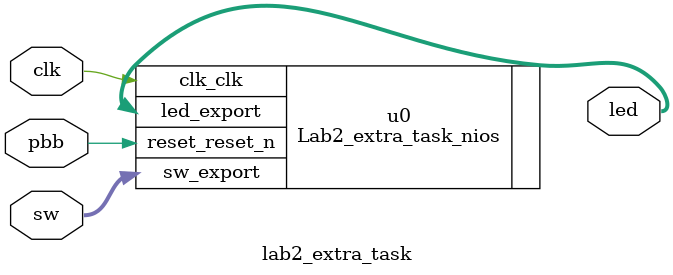
<source format=sv>
module lab2_extra_task (
	input bit clk,
	input bit [7:0] sw,
	input bit pbb,
	output bit [7:0] led
);

Lab2_extra_task_nios u0 (
	.clk_clk(clk),
	.reset_reset_n(pbb),
	.led_export(led),
	.sw_export(sw)
);

endmodule

</source>
